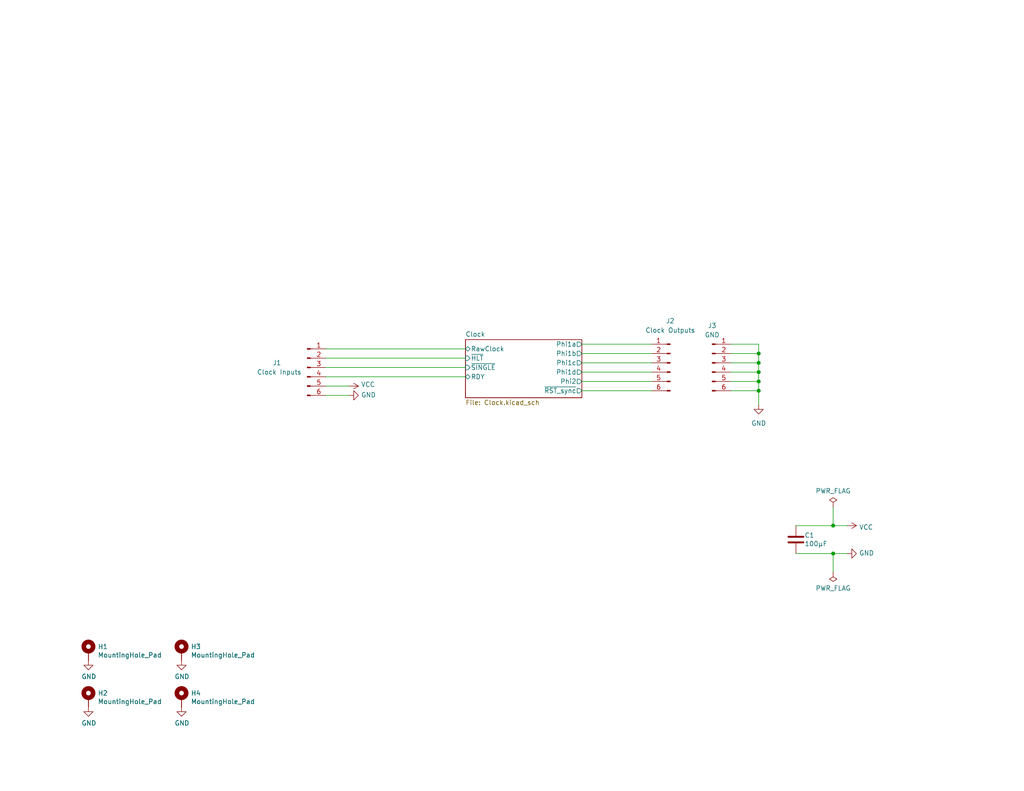
<source format=kicad_sch>
(kicad_sch (version 20230121) (generator eeschema)
  (paper "USLetter")
  (title_block (title "Turtle16: Clock Module") (date "2023-10-13") (rev "D"))
  (lib_symbols
    (symbol "Connector:Conn_01x06_Pin" (pin_names (offset 1.016) hide)
      (property "Reference" "J" (at 0 7.62 0))
      (property "Value" "Conn_01x06_Pin" (at 0 -10.16 0))
      (symbol "Conn_01x06_Pin_1_1"
        (polyline (pts (xy 1.27 -7.62) (xy 0.8636 -7.62)) (stroke (width 0.1524)))
        (polyline (pts (xy 1.27 -5.08) (xy 0.8636 -5.08)) (stroke (width 0.1524)))
        (polyline (pts (xy 1.27 -2.54) (xy 0.8636 -2.54)) (stroke (width 0.1524)))
        (polyline (pts (xy 1.27 0) (xy 0.8636 0)) (stroke (width 0.1524)))
        (polyline (pts (xy 1.27 2.54) (xy 0.8636 2.54)) (stroke (width 0.1524)))
        (polyline (pts (xy 1.27 5.08) (xy 0.8636 5.08)) (stroke (width 0.1524)))
        (rectangle (start 0.8636 -7.493) (end 0 -7.747) (stroke (width 0.1524)) (fill (type outline)))
        (rectangle (start 0.8636 -4.953) (end 0 -5.207) (stroke (width 0.1524)) (fill (type outline)))
        (rectangle (start 0.8636 -2.413) (end 0 -2.667) (stroke (width 0.1524)) (fill (type outline)))
        (rectangle (start 0.8636 0.127) (end 0 -0.127) (stroke (width 0.1524)) (fill (type outline)))
        (rectangle (start 0.8636 2.667) (end 0 2.413) (stroke (width 0.1524)) (fill (type outline)))
        (rectangle (start 0.8636 5.207) (end 0 4.953) (stroke (width 0.1524)) (fill (type outline)))
        (pin passive line (at 5.08 5.08 180) (length 3.81) (name "Pin_1") (number "1"))
        (pin passive line (at 5.08 2.54 180) (length 3.81) (name "Pin_2") (number "2"))
        (pin passive line (at 5.08 0 180) (length 3.81) (name "Pin_3") (number "3"))
        (pin passive line (at 5.08 -2.54 180) (length 3.81) (name "Pin_4") (number "4"))
        (pin passive line (at 5.08 -5.08 180) (length 3.81) (name "Pin_5") (number "5"))
        (pin passive line (at 5.08 -7.62 180) (length 3.81) (name "Pin_6") (number "6"))
      )
    )
    (symbol "Device:C" (pin_numbers hide) (pin_names (offset 0.254))
      (property "Reference" "C" (at 0.635 2.54 0))
      (property "Value" "C" (at 0.635 -2.54 0))
      (symbol "C_0_1"
        (polyline (pts (xy -2.032 -0.762) (xy 2.032 -0.762)) (stroke (width 0.508)))
        (polyline (pts (xy -2.032 0.762) (xy 2.032 0.762)) (stroke (width 0.508)))
      )
      (symbol "C_1_1"
        (pin passive line (at 0 3.81 270) (length 2.794) (name "~") (number "1"))
        (pin passive line (at 0 -3.81 90) (length 2.794) (name "~") (number "2"))
      )
    )
    (symbol "Mechanical:MountingHole_Pad" (pin_numbers hide) (pin_names (offset 1.016) hide)
      (property "Reference" "H" (at 0 6.35 0))
      (property "Value" "MountingHole_Pad" (at 0 4.445 0))
      (symbol "MountingHole_Pad_0_1"
        (circle (center 0 1.27) (radius 1.27) (stroke (width 1.27)))
      )
      (symbol "MountingHole_Pad_1_1"
        (pin input line (at 0 -2.54 90) (length 2.54) (name "1") (number "1"))
      )
    )
    (symbol "power:GND" (power) (pin_names (offset 0))
      (property "Value" "GND" (at 0 -3.81 0))
      (symbol "GND_0_1"
        (polyline (pts (xy 0 0) (xy 0 -1.27) (xy 1.27 -1.27) (xy 0 -2.54) (xy -1.27 -1.27) (xy 0 -1.27)))
      )
      (symbol "GND_1_1"
        (pin power_in line (at 0 0 270) (length 0) hide (name "GND") (number "1"))
      )
    )
    (symbol "power:PWR_FLAG" (power) (pin_numbers hide) (pin_names (offset 0) hide)
      (property "Value" "PWR_FLAG" (at 0 3.81 0))
      (symbol "PWR_FLAG_0_0"
        (pin power_out line (at 0 0 90) (length 0) (name "pwr") (number "1"))
      )
      (symbol "PWR_FLAG_0_1"
        (polyline (pts (xy 0 0) (xy 0 1.27) (xy -1.016 1.905) (xy 0 2.54) (xy 1.016 1.905) (xy 0 1.27)))
      )
    )
    (symbol "power:VCC" (power) (pin_names (offset 0))
      (property "Value" "VCC" (at 0 3.81 0))
      (symbol "VCC_0_1"
        (polyline (pts (xy -0.762 1.27) (xy 0 2.54)))
        (polyline (pts (xy 0 0) (xy 0 2.54)))
        (polyline (pts (xy 0 2.54) (xy 0.762 1.27)))
      )
      (symbol "VCC_1_1"
        (pin power_in line (at 0 0 90) (length 0) hide (name "VCC") (number "1"))
      )
    )
  )
  (junction (at 207.01 106.68))
  (junction (at 227.33 143.51))
  (junction (at 207.01 99.06))
  (junction (at 207.01 101.6))
  (junction (at 227.33 151.13))
  (junction (at 207.01 104.14))
  (junction (at 207.01 96.52))
  (wire (pts (xy 88.9 95.25) (xy 127 95.25)))
  (wire (pts (xy 227.33 138.43) (xy 227.33 143.51)))
  (wire (pts (xy 207.01 96.52) (xy 199.39 96.52)))
  (wire (pts (xy 207.01 101.6) (xy 207.01 104.14)))
  (wire (pts (xy 227.33 156.21) (xy 227.33 151.13)))
  (wire (pts (xy 88.9 100.33) (xy 127 100.33)))
  (wire (pts (xy 158.75 104.14) (xy 177.8 104.14)))
  (wire (pts (xy 231.14 143.51) (xy 227.33 143.51)))
  (wire (pts (xy 88.9 97.79) (xy 127 97.79)))
  (wire (pts (xy 158.75 99.06) (xy 177.8 99.06)))
  (wire (pts (xy 207.01 104.14) (xy 199.39 104.14)))
  (wire (pts (xy 207.01 104.14) (xy 207.01 106.68)))
  (wire (pts (xy 207.01 106.68) (xy 199.39 106.68)))
  (wire (pts (xy 88.9 107.95) (xy 95.25 107.95)))
  (wire (pts (xy 207.01 93.98) (xy 199.39 93.98)))
  (wire (pts (xy 217.17 151.13) (xy 227.33 151.13)))
  (wire (pts (xy 158.75 93.98) (xy 177.8 93.98)))
  (wire (pts (xy 207.01 101.6) (xy 199.39 101.6)))
  (wire (pts (xy 207.01 93.98) (xy 207.01 96.52)))
  (wire (pts (xy 158.75 101.6) (xy 177.8 101.6)))
  (wire (pts (xy 207.01 99.06) (xy 207.01 101.6)))
  (wire (pts (xy 227.33 151.13) (xy 231.14 151.13)))
  (wire (pts (xy 158.75 96.52) (xy 177.8 96.52)))
  (wire (pts (xy 158.75 106.68) (xy 177.8 106.68)))
  (wire (pts (xy 217.17 143.51) (xy 227.33 143.51)))
  (wire (pts (xy 207.01 99.06) (xy 199.39 99.06)))
  (wire (pts (xy 207.01 96.52) (xy 207.01 99.06)))
  (wire (pts (xy 95.25 105.41) (xy 88.9 105.41)))
  (wire (pts (xy 207.01 106.68) (xy 207.01 110.49)))
  (wire (pts (xy 88.9 102.87) (xy 127 102.87)))
  (symbol (lib_id "Mechanical:MountingHole_Pad") (at 49.53 190.5 0) (unit 1)
    (property "Reference" "H4" (at 52.07 189.2554 0) (effects (justify left)))
    (property "Value" "MountingHole_Pad" (at 52.07 191.5668 0) (effects (justify left)))
    (property "Footprint" "MountingHole:MountingHole_3.2mm_M3_Pad" (effects hide))
  )
  (symbol (lib_id "Connector:Conn_01x06_Pin") (at 83.82 100.33 0) (unit 1)
    (property "Reference" "J1" (at 75.565 99.06 0))
    (property "Value" "Clock Inputs" (at 76.2 101.6 0))
    (property "Footprint" "Connector_PinHeader_2.54mm:PinHeader_1x06_P2.54mm_Vertical" (effects hide))
  )
  (symbol (lib_id "Connector:Conn_01x06_Pin") (at 194.31 99.06 0) (unit 1)
    (property "Reference" "J3" (at 194.31 88.9 0))
    (property "Value" "GND" (at 194.31 91.44 0))
    (property "Footprint" "Connector_PinHeader_2.54mm:PinHeader_1x06_P2.54mm_Vertical" (effects hide))
  )
  (symbol (lib_id "power:GND") (at 49.53 180.34 0) (unit 1)
    (property "Reference" "#PWR03" (effects hide))
    (property "Value" "GND" (at 49.657 184.7342 0))
  )
  (symbol (lib_id "power:GND") (at 24.13 180.34 0) (unit 1)
    (property "Reference" "#PWR01" (effects hide))
    (property "Value" "GND" (at 24.257 184.7342 0))
  )
  (symbol (lib_id "power:PWR_FLAG") (at 227.33 156.21 180) (unit 1)
    (property "Reference" "#FLG02" (effects hide))
    (property "Value" "PWR_FLAG" (at 227.33 160.6042 0))
  )
  (symbol (lib_id "power:GND") (at 49.53 193.04 0) (unit 1)
    (property "Reference" "#PWR04" (effects hide))
    (property "Value" "GND" (at 49.657 197.4342 0))
  )
  (symbol (lib_id "Mechanical:MountingHole_Pad") (at 24.13 177.8 0) (unit 1)
    (property "Reference" "H1" (at 26.67 176.5554 0) (effects (justify left)))
    (property "Value" "MountingHole_Pad" (at 26.67 178.8668 0) (effects (justify left)))
    (property "Footprint" "MountingHole:MountingHole_3.2mm_M3_Pad" (effects hide))
  )
  (symbol (lib_id "power:GND") (at 95.25 107.95 90) (unit 1)
    (property "Reference" "#PWR06" (effects hide))
    (property "Value" "GND" (at 98.5012 107.823 90) (effects (justify right)))
  )
  (symbol (lib_id "Mechanical:MountingHole_Pad") (at 24.13 190.5 0) (unit 1)
    (property "Reference" "H2" (at 26.67 189.2554 0) (effects (justify left)))
    (property "Value" "MountingHole_Pad" (at 26.67 191.5668 0) (effects (justify left)))
    (property "Footprint" "MountingHole:MountingHole_3.2mm_M3_Pad" (effects hide))
  )
  (symbol (lib_id "power:GND") (at 231.14 151.13 90) (unit 1)
    (property "Reference" "#PWR09" (effects hide))
    (property "Value" "GND" (at 234.3912 151.003 90) (effects (justify right)))
  )
  (symbol (lib_id "power:GND") (at 24.13 193.04 0) (unit 1)
    (property "Reference" "#PWR02" (effects hide))
    (property "Value" "GND" (at 24.257 197.4342 0))
  )
  (symbol (lib_id "power:GND") (at 207.01 110.49 0) (mirror y) (unit 1)
    (property "Reference" "#PWR07" (effects hide))
    (property "Value" "GND" (at 207.01 115.57 0))
  )
  (symbol (lib_id "power:PWR_FLAG") (at 227.33 138.43 0) (unit 1)
    (property "Reference" "#FLG01" (effects hide))
    (property "Value" "PWR_FLAG" (at 227.33 134.0358 0))
  )
  (symbol (lib_id "Connector:Conn_01x06_Pin") (at 182.88 99.06 0) (mirror y) (unit 1)
    (property "Reference" "J2" (at 182.88 87.63 0))
    (property "Value" "Clock Outputs" (at 182.88 90.17 0))
    (property "Footprint" "Connector_PinHeader_2.54mm:PinHeader_1x06_P2.54mm_Vertical" (effects hide))
  )
  (symbol (lib_id "power:VCC") (at 95.25 105.41 270) (mirror x) (unit 1)
    (property "Reference" "#PWR05" (effects hide))
    (property "Value" "VCC" (at 98.5012 104.9782 90) (effects (justify left)))
  )
  (symbol (lib_id "Device:C") (at 217.17 147.32 0) (unit 1)
    (property "Reference" "C1" (at 219.5068 146.1516 0) (effects (justify left)))
    (property "Value" "100µF" (at 219.5068 148.463 0) (effects (justify left)))
    (property "Footprint" "Capacitor_SMD:C_1206_3216Metric_Pad1.33x1.80mm_HandSolder" (effects hide))
    (property "Mouser" "https://www.mouser.com/ProductDetail/963-AMK316ABJ107ML-T" (effects hide))
  )
  (symbol (lib_id "power:VCC") (at 231.14 143.51 270) (unit 1)
    (property "Reference" "#PWR08" (effects hide))
    (property "Value" "VCC" (at 234.3912 143.9418 90) (effects (justify left)))
  )
  (symbol (lib_id "Mechanical:MountingHole_Pad") (at 49.53 177.8 0) (unit 1)
    (property "Reference" "H3" (at 52.07 176.5554 0) (effects (justify left)))
    (property "Value" "MountingHole_Pad" (at 52.07 178.8668 0) (effects (justify left)))
    (property "Footprint" "MountingHole:MountingHole_3.2mm_M3_Pad" (effects hide))
  )
  (sheet (at 127 92.71) (size 31.75 15.875) (stroke (width 0.1524))
    (property "Sheetname" "Clock" (at 127 91.9984 0) (effects (justify left bottom)))
    (property "Sheetfile" "Clock.kicad_sch" (at 127 109.1696 0) (effects (justify left top)))
    (pin "RawClock" bidirectional (at 127 95.25 180))
    (pin "~{HLT}" input (at 127 97.79 180))
    (pin "Phi1a" output (at 158.75 93.98 0))
    (pin "Phi1b" output (at 158.75 96.52 0))
    (pin "Phi2" output (at 158.75 104.14 0))
    (pin "Phi1d" output (at 158.75 101.6 0))
    (pin "Phi1c" output (at 158.75 99.06 0))
    (pin "RDY" tri_state (at 127 102.87 180))
    (pin "~{RST_sync}" output (at 158.75 106.68 0))
    (pin "~{SINGLE}" input (at 127 100.33 180))
  )
)
</source>
